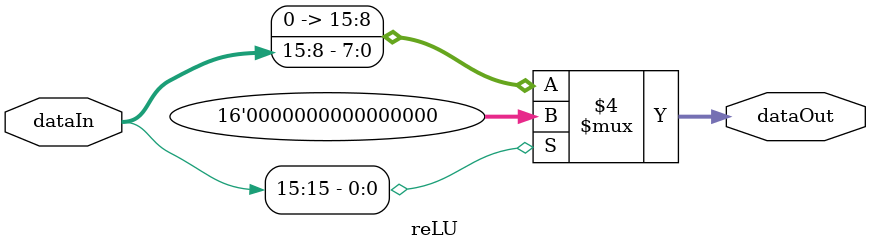
<source format=sv>
module reLU #(
    parameter sumWidth = 16, dataWidth = 8
)(
    input   logic   [sumWidth-1:0]     dataIn,
    output  logic   [sumWidth-1:0]     dataOut
);

    always_comb begin
        if (dataIn[sumWidth-1] == 0) begin
            dataOut = dataIn[sumWidth-1-:dataWidth];
        end 
        else begin
            dataOut = 0;
        end
    end
endmodule: reLU
</source>
